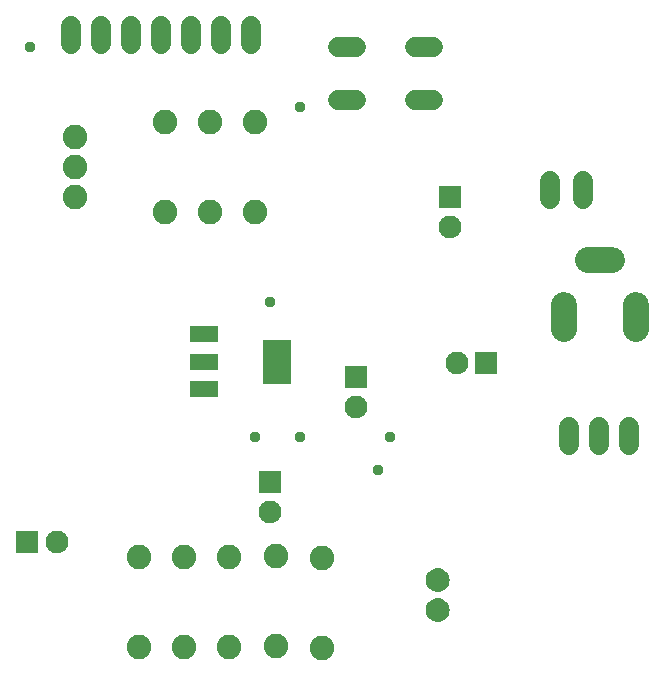
<source format=gbr>
G04 EAGLE Gerber RS-274X export*
G75*
%MOMM*%
%FSLAX34Y34*%
%LPD*%
%INSoldermask Bottom*%
%IPPOS*%
%AMOC8*
5,1,8,0,0,1.08239X$1,22.5*%
G01*
%ADD10R,2.438200X1.422200*%
%ADD11R,2.403200X3.803200*%
%ADD12C,2.203200*%
%ADD13C,1.727200*%
%ADD14C,2.082800*%
%ADD15C,1.930400*%
%ADD16R,1.930400X1.930400*%
%ADD17C,0.959600*%

G36*
X370532Y84413D02*
X370532Y84413D01*
X370604Y84411D01*
X372440Y84616D01*
X372486Y84630D01*
X372561Y84642D01*
X374322Y85202D01*
X374364Y85225D01*
X374436Y85251D01*
X376053Y86144D01*
X376091Y86174D01*
X376156Y86214D01*
X377568Y87405D01*
X377599Y87442D01*
X377655Y87494D01*
X378808Y88938D01*
X378831Y88980D01*
X378875Y89042D01*
X379724Y90683D01*
X379739Y90729D01*
X379770Y90798D01*
X380283Y92573D01*
X380288Y92621D01*
X380306Y92695D01*
X380462Y94536D01*
X380458Y94580D01*
X380462Y94645D01*
X380302Y96476D01*
X380290Y96522D01*
X380279Y96598D01*
X379765Y98362D01*
X379744Y98405D01*
X379719Y98478D01*
X378870Y100108D01*
X378841Y100146D01*
X378802Y100212D01*
X377652Y101645D01*
X377616Y101677D01*
X377565Y101734D01*
X376157Y102915D01*
X376116Y102939D01*
X376055Y102985D01*
X374444Y103869D01*
X374398Y103884D01*
X374329Y103918D01*
X372577Y104470D01*
X372529Y104476D01*
X372455Y104496D01*
X370628Y104695D01*
X370582Y104692D01*
X370513Y104698D01*
X368837Y104575D01*
X368794Y104564D01*
X368728Y104558D01*
X367098Y104146D01*
X367058Y104128D01*
X366994Y104110D01*
X365461Y103422D01*
X365424Y103397D01*
X365364Y103368D01*
X363974Y102424D01*
X363942Y102393D01*
X363888Y102355D01*
X362683Y101184D01*
X362657Y101147D01*
X362610Y101100D01*
X361626Y99738D01*
X361607Y99697D01*
X361570Y99643D01*
X360838Y98130D01*
X360825Y98087D01*
X360798Y98027D01*
X360340Y96410D01*
X360335Y96365D01*
X360319Y96301D01*
X360148Y94629D01*
X360152Y94581D01*
X360148Y94502D01*
X360314Y92830D01*
X360326Y92787D01*
X360335Y92721D01*
X360789Y91104D01*
X360808Y91063D01*
X360828Y91000D01*
X361556Y89486D01*
X361582Y89450D01*
X361613Y89391D01*
X362593Y88026D01*
X362625Y87995D01*
X362665Y87942D01*
X363867Y86768D01*
X363904Y86743D01*
X363953Y86698D01*
X365340Y85751D01*
X365381Y85732D01*
X365437Y85697D01*
X366968Y85005D01*
X367012Y84994D01*
X367073Y84968D01*
X368701Y84553D01*
X368745Y84550D01*
X368810Y84535D01*
X370485Y84408D01*
X370532Y84413D01*
G37*
G36*
X370532Y59013D02*
X370532Y59013D01*
X370604Y59011D01*
X372440Y59216D01*
X372486Y59230D01*
X372561Y59242D01*
X374322Y59802D01*
X374364Y59825D01*
X374436Y59851D01*
X376053Y60744D01*
X376091Y60774D01*
X376156Y60814D01*
X377568Y62005D01*
X377599Y62042D01*
X377655Y62094D01*
X378808Y63538D01*
X378831Y63580D01*
X378875Y63642D01*
X379724Y65283D01*
X379739Y65329D01*
X379770Y65398D01*
X380283Y67173D01*
X380288Y67221D01*
X380306Y67295D01*
X380462Y69136D01*
X380458Y69180D01*
X380462Y69245D01*
X380302Y71076D01*
X380290Y71122D01*
X380279Y71198D01*
X379765Y72962D01*
X379744Y73005D01*
X379719Y73078D01*
X378870Y74708D01*
X378841Y74746D01*
X378802Y74812D01*
X377652Y76245D01*
X377616Y76277D01*
X377565Y76334D01*
X376157Y77515D01*
X376116Y77539D01*
X376055Y77585D01*
X374444Y78469D01*
X374398Y78484D01*
X374329Y78518D01*
X372577Y79070D01*
X372529Y79076D01*
X372455Y79096D01*
X370628Y79295D01*
X370582Y79292D01*
X370513Y79298D01*
X368837Y79175D01*
X368794Y79164D01*
X368728Y79158D01*
X367098Y78746D01*
X367058Y78728D01*
X366994Y78710D01*
X365461Y78022D01*
X365424Y77997D01*
X365364Y77968D01*
X363974Y77024D01*
X363942Y76993D01*
X363888Y76955D01*
X362683Y75784D01*
X362657Y75747D01*
X362610Y75700D01*
X361626Y74338D01*
X361607Y74297D01*
X361570Y74243D01*
X360838Y72730D01*
X360825Y72687D01*
X360798Y72627D01*
X360340Y71010D01*
X360335Y70965D01*
X360319Y70901D01*
X360148Y69229D01*
X360152Y69181D01*
X360148Y69102D01*
X360314Y67430D01*
X360326Y67387D01*
X360335Y67321D01*
X360789Y65704D01*
X360808Y65663D01*
X360828Y65600D01*
X361556Y64086D01*
X361582Y64050D01*
X361613Y63991D01*
X362593Y62626D01*
X362625Y62595D01*
X362665Y62542D01*
X363867Y61368D01*
X363904Y61343D01*
X363953Y61298D01*
X365340Y60351D01*
X365381Y60332D01*
X365437Y60297D01*
X366968Y59605D01*
X367012Y59594D01*
X367073Y59568D01*
X368701Y59153D01*
X368745Y59150D01*
X368810Y59135D01*
X370485Y59008D01*
X370532Y59013D01*
G37*
D10*
X172210Y256290D03*
X172210Y279400D03*
X172210Y302510D03*
D11*
X234190Y279400D03*
D12*
X477000Y307500D02*
X477000Y327500D01*
X538000Y327500D02*
X538000Y307500D01*
X518000Y365500D02*
X498000Y365500D01*
D13*
X366332Y546106D02*
X351092Y546106D01*
X351092Y500894D02*
X366332Y500894D01*
X301308Y546106D02*
X286068Y546106D01*
X286068Y500894D02*
X301308Y500894D01*
X212100Y548480D02*
X212100Y563720D01*
X186700Y563720D02*
X186700Y548480D01*
X161300Y548480D02*
X161300Y563720D01*
X135900Y563720D02*
X135900Y548480D01*
X110500Y548480D02*
X110500Y563720D01*
X85100Y563720D02*
X85100Y548480D01*
X59700Y548480D02*
X59700Y563720D01*
X532400Y223920D02*
X532400Y208680D01*
X507000Y208680D02*
X507000Y223920D01*
X481600Y223920D02*
X481600Y208680D01*
D14*
X117800Y38100D03*
X117800Y114300D03*
X155900Y114300D03*
X155900Y38100D03*
X139700Y482600D03*
X139700Y406400D03*
X177800Y482600D03*
X177800Y406400D03*
X215900Y482600D03*
X215900Y406400D03*
X194000Y114300D03*
X194000Y38100D03*
X233570Y39041D03*
X233570Y115241D03*
D15*
X386634Y278229D03*
D16*
X411634Y278229D03*
D15*
X381000Y393900D03*
D16*
X381000Y418900D03*
D15*
X301300Y241500D03*
D16*
X301300Y266500D03*
D15*
X228600Y152600D03*
D16*
X228600Y177600D03*
D15*
X47900Y127000D03*
D16*
X22900Y127000D03*
D14*
X63500Y469900D03*
X63500Y444500D03*
X63500Y419100D03*
D13*
X465930Y416880D02*
X465930Y432120D01*
X493870Y432120D02*
X493870Y416880D01*
D14*
X272055Y113612D03*
X272055Y37412D03*
D17*
X228600Y330200D03*
X215900Y215900D03*
X254000Y215900D03*
X330200Y215900D03*
X25400Y546100D03*
X254000Y495300D03*
X320040Y187960D03*
M02*

</source>
